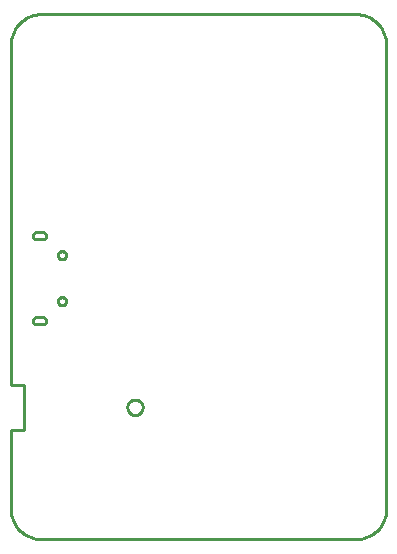
<source format=gbr>
G04 EAGLE Gerber RS-274X export*
G75*
%MOMM*%
%FSLAX34Y34*%
%LPD*%
%IN*%
%IPPOS*%
%AMOC8*
5,1,8,0,0,1.08239X$1,22.5*%
G01*
%ADD10C,0.254000*%


D10*
X0Y25400D02*
X97Y23186D01*
X386Y20989D01*
X865Y18826D01*
X1532Y16713D01*
X2380Y14666D01*
X3403Y12700D01*
X4594Y10831D01*
X5942Y9073D01*
X7440Y7440D01*
X9073Y5942D01*
X10831Y4594D01*
X12700Y3403D01*
X14666Y2380D01*
X16713Y1532D01*
X18826Y865D01*
X20989Y386D01*
X23186Y97D01*
X25400Y0D01*
X292100Y0D01*
X294314Y97D01*
X296511Y386D01*
X298674Y865D01*
X300787Y1532D01*
X302835Y2380D01*
X304800Y3403D01*
X306669Y4594D01*
X308427Y5942D01*
X310061Y7440D01*
X311558Y9073D01*
X312906Y10831D01*
X314097Y12700D01*
X315120Y14666D01*
X315968Y16713D01*
X316635Y18826D01*
X317114Y20989D01*
X317403Y23186D01*
X317500Y25400D01*
X317500Y419100D01*
X317403Y421314D01*
X317114Y423511D01*
X316635Y425674D01*
X315968Y427787D01*
X315120Y429835D01*
X314097Y431800D01*
X312906Y433669D01*
X311558Y435427D01*
X310061Y437061D01*
X308427Y438558D01*
X306669Y439906D01*
X304800Y441097D01*
X302835Y442120D01*
X300787Y442968D01*
X298674Y443635D01*
X296511Y444114D01*
X294314Y444403D01*
X292100Y444500D01*
X25400Y444500D01*
X23186Y444403D01*
X20989Y444114D01*
X18826Y443635D01*
X16713Y442968D01*
X14666Y442120D01*
X12700Y441097D01*
X10831Y439906D01*
X9073Y438558D01*
X7440Y437061D01*
X5942Y435427D01*
X4594Y433669D01*
X3403Y431800D01*
X2380Y429835D01*
X1532Y427787D01*
X865Y425674D01*
X386Y423511D01*
X97Y421314D01*
X0Y419100D01*
X0Y130810D01*
X11430Y130810D01*
X11430Y92710D01*
X0Y92710D01*
X0Y25400D01*
X18680Y184980D02*
X18669Y184739D01*
X18678Y184499D01*
X18709Y184260D01*
X18760Y184024D01*
X18832Y183794D01*
X18923Y183572D01*
X19034Y183357D01*
X19163Y183154D01*
X19309Y182962D01*
X19471Y182784D01*
X19648Y182621D01*
X19839Y182473D01*
X20041Y182343D01*
X20255Y182231D01*
X20477Y182138D01*
X20706Y182065D01*
X20941Y182012D01*
X21180Y181980D01*
X27180Y181980D01*
X27419Y182012D01*
X27654Y182065D01*
X27883Y182138D01*
X28105Y182231D01*
X28319Y182343D01*
X28522Y182473D01*
X28712Y182621D01*
X28889Y182784D01*
X29051Y182962D01*
X29197Y183154D01*
X29326Y183357D01*
X29437Y183572D01*
X29528Y183794D01*
X29600Y184024D01*
X29651Y184260D01*
X29682Y184499D01*
X29691Y184739D01*
X29680Y184980D01*
X29691Y185221D01*
X29682Y185461D01*
X29651Y185700D01*
X29600Y185936D01*
X29528Y186166D01*
X29437Y186389D01*
X29326Y186603D01*
X29197Y186806D01*
X29051Y186998D01*
X28889Y187176D01*
X28712Y187339D01*
X28522Y187487D01*
X28319Y187617D01*
X28105Y187729D01*
X27883Y187822D01*
X27654Y187895D01*
X27419Y187948D01*
X27180Y187980D01*
X21180Y187980D01*
X20941Y187948D01*
X20706Y187895D01*
X20477Y187822D01*
X20255Y187729D01*
X20041Y187617D01*
X19839Y187487D01*
X19648Y187339D01*
X19471Y187176D01*
X19309Y186998D01*
X19163Y186806D01*
X19034Y186603D01*
X18923Y186389D01*
X18832Y186166D01*
X18760Y185936D01*
X18709Y185700D01*
X18678Y185461D01*
X18669Y185221D01*
X18680Y184980D01*
X18680Y256980D02*
X18669Y256739D01*
X18678Y256499D01*
X18709Y256260D01*
X18760Y256024D01*
X18832Y255794D01*
X18923Y255572D01*
X19034Y255357D01*
X19163Y255154D01*
X19309Y254962D01*
X19471Y254784D01*
X19648Y254621D01*
X19839Y254473D01*
X20041Y254343D01*
X20255Y254231D01*
X20477Y254138D01*
X20706Y254065D01*
X20941Y254012D01*
X21180Y253980D01*
X27180Y253980D01*
X27419Y254012D01*
X27654Y254065D01*
X27883Y254138D01*
X28105Y254231D01*
X28319Y254343D01*
X28522Y254473D01*
X28712Y254621D01*
X28889Y254784D01*
X29051Y254962D01*
X29197Y255154D01*
X29326Y255357D01*
X29437Y255572D01*
X29528Y255794D01*
X29600Y256024D01*
X29651Y256260D01*
X29682Y256499D01*
X29691Y256739D01*
X29680Y256980D01*
X29691Y257221D01*
X29682Y257461D01*
X29651Y257700D01*
X29600Y257936D01*
X29528Y258166D01*
X29437Y258389D01*
X29326Y258603D01*
X29197Y258806D01*
X29051Y258998D01*
X28889Y259176D01*
X28712Y259339D01*
X28522Y259487D01*
X28319Y259617D01*
X28105Y259729D01*
X27883Y259822D01*
X27654Y259895D01*
X27419Y259948D01*
X27180Y259980D01*
X21180Y259980D01*
X20941Y259948D01*
X20706Y259895D01*
X20477Y259822D01*
X20255Y259729D01*
X20041Y259617D01*
X19839Y259487D01*
X19648Y259339D01*
X19471Y259176D01*
X19309Y258998D01*
X19163Y258806D01*
X19034Y258603D01*
X18923Y258389D01*
X18832Y258166D01*
X18760Y257936D01*
X18709Y257700D01*
X18678Y257461D01*
X18669Y257221D01*
X18680Y256980D01*
X42951Y236980D02*
X42496Y237040D01*
X42053Y237159D01*
X41629Y237334D01*
X41231Y237564D01*
X40867Y237843D01*
X40543Y238167D01*
X40264Y238531D01*
X40034Y238929D01*
X39859Y239353D01*
X39740Y239796D01*
X39680Y240251D01*
X39680Y240709D01*
X39740Y241164D01*
X39859Y241607D01*
X40034Y242031D01*
X40264Y242429D01*
X40543Y242793D01*
X40867Y243117D01*
X41231Y243396D01*
X41629Y243626D01*
X42053Y243801D01*
X42496Y243920D01*
X42951Y243980D01*
X43409Y243980D01*
X43864Y243920D01*
X44307Y243801D01*
X44731Y243626D01*
X45129Y243396D01*
X45493Y243117D01*
X45817Y242793D01*
X46096Y242429D01*
X46326Y242031D01*
X46501Y241607D01*
X46620Y241164D01*
X46680Y240709D01*
X46680Y240251D01*
X46620Y239796D01*
X46501Y239353D01*
X46326Y238929D01*
X46096Y238531D01*
X45817Y238167D01*
X45493Y237843D01*
X45129Y237564D01*
X44731Y237334D01*
X44307Y237159D01*
X43864Y237040D01*
X43409Y236980D01*
X42951Y236980D01*
X42951Y197980D02*
X42496Y198040D01*
X42053Y198159D01*
X41629Y198334D01*
X41231Y198564D01*
X40867Y198843D01*
X40543Y199167D01*
X40264Y199531D01*
X40034Y199929D01*
X39859Y200353D01*
X39740Y200796D01*
X39680Y201251D01*
X39680Y201709D01*
X39740Y202164D01*
X39859Y202607D01*
X40034Y203031D01*
X40264Y203429D01*
X40543Y203793D01*
X40867Y204117D01*
X41231Y204396D01*
X41629Y204626D01*
X42053Y204801D01*
X42496Y204920D01*
X42951Y204980D01*
X43409Y204980D01*
X43864Y204920D01*
X44307Y204801D01*
X44731Y204626D01*
X45129Y204396D01*
X45493Y204117D01*
X45817Y203793D01*
X46096Y203429D01*
X46326Y203031D01*
X46501Y202607D01*
X46620Y202164D01*
X46680Y201709D01*
X46680Y201251D01*
X46620Y200796D01*
X46501Y200353D01*
X46326Y199929D01*
X46096Y199531D01*
X45817Y199167D01*
X45493Y198843D01*
X45129Y198564D01*
X44731Y198334D01*
X44307Y198159D01*
X43864Y198040D01*
X43409Y197980D01*
X42951Y197980D01*
X111500Y111441D02*
X111437Y110805D01*
X111313Y110179D01*
X111127Y109568D01*
X110883Y108978D01*
X110582Y108414D01*
X110227Y107883D01*
X109822Y107390D01*
X109370Y106938D01*
X108877Y106533D01*
X108346Y106178D01*
X107782Y105877D01*
X107192Y105633D01*
X106581Y105447D01*
X105955Y105323D01*
X105319Y105260D01*
X104681Y105260D01*
X104045Y105323D01*
X103419Y105447D01*
X102808Y105633D01*
X102218Y105877D01*
X101654Y106178D01*
X101123Y106533D01*
X100630Y106938D01*
X100178Y107390D01*
X99773Y107883D01*
X99418Y108414D01*
X99117Y108978D01*
X98873Y109568D01*
X98687Y110179D01*
X98563Y110805D01*
X98500Y111441D01*
X98500Y112079D01*
X98563Y112715D01*
X98687Y113341D01*
X98873Y113952D01*
X99117Y114542D01*
X99418Y115106D01*
X99773Y115637D01*
X100178Y116130D01*
X100630Y116582D01*
X101123Y116987D01*
X101654Y117342D01*
X102218Y117643D01*
X102808Y117887D01*
X103419Y118073D01*
X104045Y118197D01*
X104681Y118260D01*
X105319Y118260D01*
X105955Y118197D01*
X106581Y118073D01*
X107192Y117887D01*
X107782Y117643D01*
X108346Y117342D01*
X108877Y116987D01*
X109370Y116582D01*
X109822Y116130D01*
X110227Y115637D01*
X110582Y115106D01*
X110883Y114542D01*
X111127Y113952D01*
X111313Y113341D01*
X111437Y112715D01*
X111500Y112079D01*
X111500Y111441D01*
M02*

</source>
